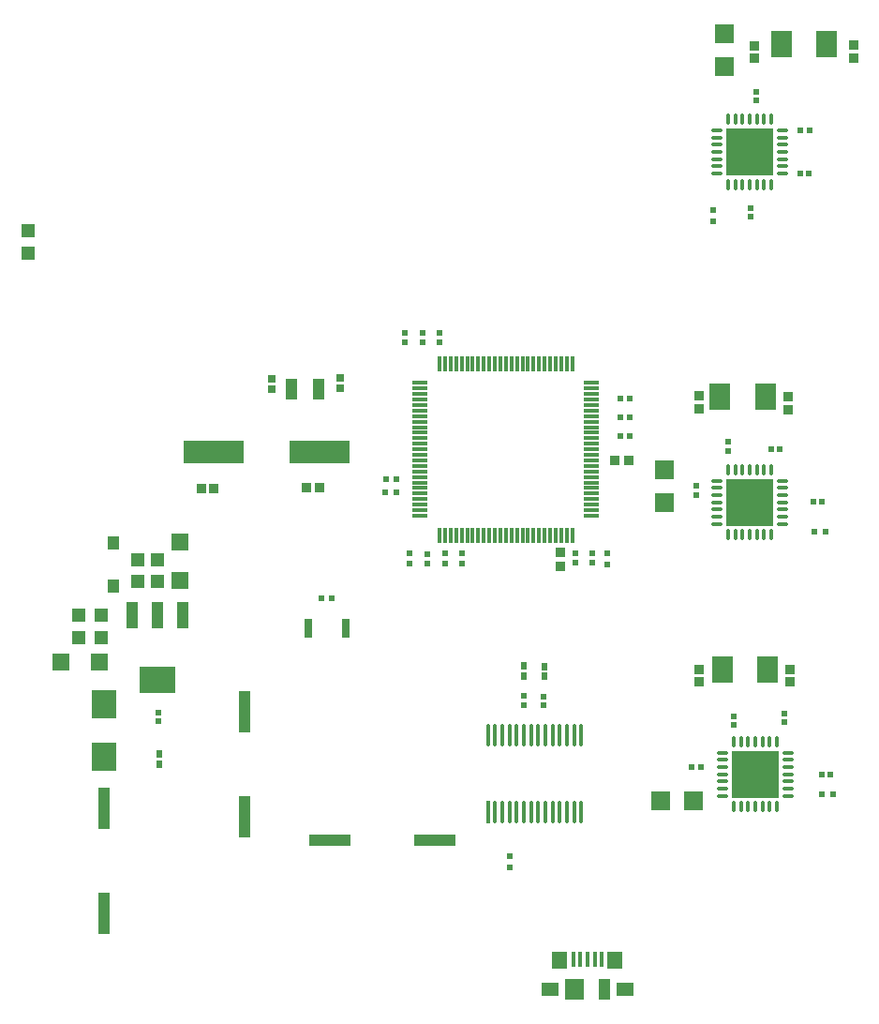
<source format=gtp>
G04*
G04 #@! TF.GenerationSoftware,Altium Limited,Altium Designer,22.5.1 (42)*
G04*
G04 Layer_Color=8421504*
%FSLAX44Y44*%
%MOMM*%
G71*
G04*
G04 #@! TF.SameCoordinates,2ABD4F99-51B0-466E-819A-8B20F5DB8373*
G04*
G04*
G04 #@! TF.FilePolarity,Positive*
G04*
G01*
G75*
%ADD18R,0.5200X0.5200*%
%ADD19R,4.2000X4.2000*%
%ADD20O,1.1500X0.3000*%
%ADD21O,0.3000X1.1500*%
%ADD22R,0.3000X1.4750*%
%ADD23R,1.4750X0.3000*%
%ADD24R,4.2000X4.2000*%
%ADD25R,0.5200X0.5200*%
%ADD26R,0.5000X0.4750*%
%ADD27R,0.4750X0.5000*%
%ADD28R,3.8100X1.1000*%
%ADD29R,0.4000X2.0000*%
G04:AMPARAMS|DCode=30|XSize=2mm|YSize=0.4mm|CornerRadius=0.2mm|HoleSize=0mm|Usage=FLASHONLY|Rotation=90.000|XOffset=0mm|YOffset=0mm|HoleType=Round|Shape=RoundedRectangle|*
%AMROUNDEDRECTD30*
21,1,2.0000,0.0000,0,0,90.0*
21,1,1.6000,0.4000,0,0,90.0*
1,1,0.4000,0.0000,0.8000*
1,1,0.4000,0.0000,-0.8000*
1,1,0.4000,0.0000,-0.8000*
1,1,0.4000,0.0000,0.8000*
%
%ADD30ROUNDEDRECTD30*%
%ADD31R,0.6153X0.5725*%
%ADD32R,0.8500X0.8500*%
%ADD33R,1.9000X2.4000*%
%ADD34R,1.8000X1.7000*%
%ADD35R,1.1000X1.2000*%
%ADD36R,1.2700X1.2700*%
%ADD37R,0.4725X0.4682*%
%ADD38R,0.4500X1.3800*%
%ADD39R,1.4250X1.5500*%
%ADD40R,1.0000X1.9000*%
%ADD41R,1.8000X1.9000*%
%ADD42R,1.6500X1.3000*%
%ADD43R,0.5000X0.7000*%
%ADD44R,0.6000X0.5000*%
%ADD45R,1.7000X1.8000*%
%ADD46R,0.5725X0.6153*%
%ADD47R,0.8500X0.9000*%
%ADD48R,0.5000X0.6000*%
%ADD49R,0.6725X0.7393*%
%ADD50R,0.8500X0.8500*%
%ADD51R,0.8000X1.7000*%
%ADD52R,1.5240X1.5240*%
%ADD53R,1.5240X1.5240*%
%ADD54R,1.2700X1.2700*%
%ADD55R,1.1000X3.8100*%
%ADD56R,2.3000X2.5000*%
%ADD57R,1.0000X2.4000*%
%ADD58R,3.3000X2.4000*%
%ADD59R,1.1000X1.9000*%
%ADD60R,5.5000X2.0000*%
%ADD61R,0.9000X0.8500*%
D18*
X736600Y276986D02*
D03*
Y268986D02*
D03*
X685546Y514096D02*
D03*
Y522096D02*
D03*
X705866Y733678D02*
D03*
Y725678D02*
D03*
X691388Y266828D02*
D03*
Y274828D02*
D03*
X711708Y838326D02*
D03*
Y830326D02*
D03*
X657352Y482472D02*
D03*
Y474472D02*
D03*
D19*
X710502Y222250D02*
D03*
X705398Y467764D02*
D03*
D20*
X681252Y202750D02*
D03*
Y209250D02*
D03*
Y215750D02*
D03*
Y222250D02*
D03*
Y228750D02*
D03*
Y235250D02*
D03*
Y241750D02*
D03*
X739752D02*
D03*
Y235250D02*
D03*
Y228750D02*
D03*
Y222250D02*
D03*
Y215750D02*
D03*
Y209250D02*
D03*
Y202750D02*
D03*
X676108Y797098D02*
D03*
Y790598D02*
D03*
Y764598D02*
D03*
X734608D02*
D03*
Y771098D02*
D03*
Y777598D02*
D03*
Y784098D02*
D03*
Y790598D02*
D03*
Y797098D02*
D03*
Y803598D02*
D03*
X676108Y771098D02*
D03*
Y777598D02*
D03*
Y784098D02*
D03*
Y803598D02*
D03*
X734648Y448264D02*
D03*
Y454764D02*
D03*
Y461264D02*
D03*
Y467764D02*
D03*
Y474264D02*
D03*
Y480764D02*
D03*
Y487264D02*
D03*
X676148D02*
D03*
Y480764D02*
D03*
Y474264D02*
D03*
Y467764D02*
D03*
Y461264D02*
D03*
Y454764D02*
D03*
Y448264D02*
D03*
D21*
X691002Y251500D02*
D03*
X697502D02*
D03*
X704002D02*
D03*
X710502D02*
D03*
X717002D02*
D03*
X723502D02*
D03*
X730002D02*
D03*
Y193000D02*
D03*
X723502D02*
D03*
X717002D02*
D03*
X710502D02*
D03*
X704002D02*
D03*
X697502D02*
D03*
X691002D02*
D03*
X692358Y754848D02*
D03*
X698858D02*
D03*
X705358D02*
D03*
X711858D02*
D03*
X718358D02*
D03*
X724858D02*
D03*
Y813348D02*
D03*
X718358D02*
D03*
X711858D02*
D03*
X705358D02*
D03*
X698858D02*
D03*
X692358D02*
D03*
X685858D02*
D03*
Y754848D02*
D03*
X685898Y438514D02*
D03*
X692398D02*
D03*
X698898D02*
D03*
X705398D02*
D03*
X711898D02*
D03*
X718398D02*
D03*
X724898D02*
D03*
Y497014D02*
D03*
X718398D02*
D03*
X711898D02*
D03*
X705398D02*
D03*
X698898D02*
D03*
X692398D02*
D03*
X685898D02*
D03*
D22*
X425140Y593000D02*
D03*
X430140D02*
D03*
X435140D02*
D03*
X440140D02*
D03*
X445140D02*
D03*
X450140D02*
D03*
X455140D02*
D03*
X460140D02*
D03*
X465140D02*
D03*
X470140D02*
D03*
X475140D02*
D03*
X480140D02*
D03*
X485140D02*
D03*
X490140D02*
D03*
X495140D02*
D03*
X500140D02*
D03*
X505140D02*
D03*
X510140D02*
D03*
X515140D02*
D03*
X520140D02*
D03*
X525140D02*
D03*
X530140D02*
D03*
X535140D02*
D03*
X540140D02*
D03*
X545140D02*
D03*
Y438240D02*
D03*
X540140D02*
D03*
X535140D02*
D03*
X530140D02*
D03*
X525140D02*
D03*
X520140D02*
D03*
X515140D02*
D03*
X510140D02*
D03*
X505140D02*
D03*
X500140D02*
D03*
X495140D02*
D03*
X490140D02*
D03*
X485140D02*
D03*
X480140D02*
D03*
X475140D02*
D03*
X470140D02*
D03*
X465140D02*
D03*
X460140D02*
D03*
X455140D02*
D03*
X450140D02*
D03*
X445140D02*
D03*
X440140D02*
D03*
X435140D02*
D03*
X430140D02*
D03*
X425140D02*
D03*
D23*
X562520Y575620D02*
D03*
Y570620D02*
D03*
Y565620D02*
D03*
Y560620D02*
D03*
Y555620D02*
D03*
Y550620D02*
D03*
Y545620D02*
D03*
Y540620D02*
D03*
Y535620D02*
D03*
Y530620D02*
D03*
Y525620D02*
D03*
Y520620D02*
D03*
Y515620D02*
D03*
Y510620D02*
D03*
Y505620D02*
D03*
Y500620D02*
D03*
Y495620D02*
D03*
Y490620D02*
D03*
Y485620D02*
D03*
Y480620D02*
D03*
Y475620D02*
D03*
Y470620D02*
D03*
Y465620D02*
D03*
Y460620D02*
D03*
Y455620D02*
D03*
X407760D02*
D03*
Y460620D02*
D03*
Y465620D02*
D03*
Y470620D02*
D03*
Y475620D02*
D03*
Y480620D02*
D03*
Y485620D02*
D03*
Y490620D02*
D03*
Y495620D02*
D03*
Y500620D02*
D03*
Y505620D02*
D03*
Y510620D02*
D03*
Y515620D02*
D03*
Y520620D02*
D03*
Y525620D02*
D03*
Y530620D02*
D03*
Y535620D02*
D03*
Y540620D02*
D03*
Y545620D02*
D03*
Y550620D02*
D03*
Y555620D02*
D03*
Y560620D02*
D03*
Y565620D02*
D03*
Y570620D02*
D03*
Y575620D02*
D03*
D24*
X705358Y784098D02*
D03*
D25*
X751396Y803910D02*
D03*
X759396D02*
D03*
X762762Y468630D02*
D03*
X770762D02*
D03*
X724726Y516128D02*
D03*
X732726D02*
D03*
X751030Y764936D02*
D03*
X759029D02*
D03*
X770446Y221996D02*
D03*
X778446D02*
D03*
X661098Y228346D02*
D03*
X653098D02*
D03*
D26*
X672592Y721314D02*
D03*
Y731565D02*
D03*
D27*
X774283Y441198D02*
D03*
X764032D02*
D03*
X781096Y204470D02*
D03*
X770844D02*
D03*
D28*
X421134Y162814D02*
D03*
X326134D02*
D03*
D29*
X468798Y187758D02*
D03*
D30*
X475298D02*
D03*
X481798D02*
D03*
X488298D02*
D03*
X494798D02*
D03*
X501298D02*
D03*
X507798D02*
D03*
X514298D02*
D03*
X520798D02*
D03*
X527298D02*
D03*
X533798D02*
D03*
X540298D02*
D03*
X546798D02*
D03*
X553298D02*
D03*
Y257758D02*
D03*
X546798D02*
D03*
X540298D02*
D03*
X533798D02*
D03*
X527298D02*
D03*
X520798D02*
D03*
X514298D02*
D03*
X507798D02*
D03*
X501298D02*
D03*
X494798D02*
D03*
X488298D02*
D03*
X481798D02*
D03*
X475298D02*
D03*
X468798D02*
D03*
D31*
X588329Y561340D02*
D03*
X596900D02*
D03*
X327406Y381508D02*
D03*
X318835D02*
D03*
X588550Y544576D02*
D03*
X597122D02*
D03*
X588804Y527812D02*
D03*
X597376D02*
D03*
D32*
X659384Y563950D02*
D03*
Y552450D02*
D03*
X740156Y563188D02*
D03*
Y551688D02*
D03*
X799592Y869188D02*
D03*
Y880688D02*
D03*
X709930Y868680D02*
D03*
Y880180D02*
D03*
X741680Y305400D02*
D03*
Y316900D02*
D03*
X659892Y305562D02*
D03*
Y317062D02*
D03*
D33*
X678688Y563372D02*
D03*
X719688D02*
D03*
X774806Y881380D02*
D03*
X733806D02*
D03*
X721720Y316992D02*
D03*
X680720D02*
D03*
D34*
X628142Y497368D02*
D03*
Y467868D02*
D03*
X682752Y861568D02*
D03*
Y891068D02*
D03*
D35*
X130866Y430854D02*
D03*
Y392246D02*
D03*
D36*
X152654Y416240D02*
D03*
Y396240D02*
D03*
X53340Y692912D02*
D03*
Y712912D02*
D03*
X170434Y416240D02*
D03*
Y396240D02*
D03*
D37*
X519176Y284480D02*
D03*
Y292523D02*
D03*
X501142Y284819D02*
D03*
Y292862D02*
D03*
X171196Y278045D02*
D03*
Y270002D02*
D03*
D38*
X571800Y54850D02*
D03*
X565300D02*
D03*
X558800D02*
D03*
X552300D02*
D03*
X545800D02*
D03*
D39*
X583675Y54000D02*
D03*
X533925D02*
D03*
D40*
X574300Y28250D02*
D03*
D41*
X547300D02*
D03*
D42*
X592550D02*
D03*
X525050D02*
D03*
D43*
X520192Y319714D02*
D03*
Y310714D02*
D03*
X501396Y319896D02*
D03*
Y310896D02*
D03*
X171704Y231648D02*
D03*
Y240648D02*
D03*
D44*
X488696Y138176D02*
D03*
Y148176D02*
D03*
X576834Y421480D02*
D03*
Y411480D02*
D03*
D45*
X625076Y198374D02*
D03*
X654576D02*
D03*
D46*
X445770Y421354D02*
D03*
Y412782D02*
D03*
X398272Y421354D02*
D03*
Y412782D02*
D03*
X430022Y421386D02*
D03*
Y412815D02*
D03*
X414274Y421321D02*
D03*
Y412750D02*
D03*
X547624Y421894D02*
D03*
Y413323D02*
D03*
X563118Y421926D02*
D03*
Y413355D02*
D03*
X393954Y620711D02*
D03*
Y612140D02*
D03*
X425450Y620711D02*
D03*
Y612140D02*
D03*
X409702Y620711D02*
D03*
Y612140D02*
D03*
D47*
X596288Y505460D02*
D03*
X583288D02*
D03*
D48*
X386334Y476504D02*
D03*
X376334D02*
D03*
X386525Y488248D02*
D03*
X376525D02*
D03*
D49*
X273558Y569976D02*
D03*
Y579308D02*
D03*
X335026Y570644D02*
D03*
Y579976D02*
D03*
D50*
X305238Y480822D02*
D03*
X316738D02*
D03*
X209734Y480568D02*
D03*
X221234D02*
D03*
D51*
X340850Y353822D02*
D03*
X306850D02*
D03*
D52*
X190754Y397510D02*
D03*
Y431800D02*
D03*
D53*
X117731Y323800D02*
D03*
X83441D02*
D03*
D54*
X99314Y365760D02*
D03*
X119314D02*
D03*
X99314Y345440D02*
D03*
X119314D02*
D03*
D55*
X248920Y278894D02*
D03*
Y183894D02*
D03*
X121920Y96520D02*
D03*
Y191520D02*
D03*
D56*
X121666Y238374D02*
D03*
Y285414D02*
D03*
D57*
X193180Y365804D02*
D03*
X170180Y365804D02*
D03*
X147180Y365804D02*
D03*
D58*
X170180Y307804D02*
D03*
D59*
X291230Y569976D02*
D03*
X316230D02*
D03*
D60*
X221484Y513334D02*
D03*
X316484D02*
D03*
D61*
X534670Y422552D02*
D03*
Y409552D02*
D03*
M02*

</source>
